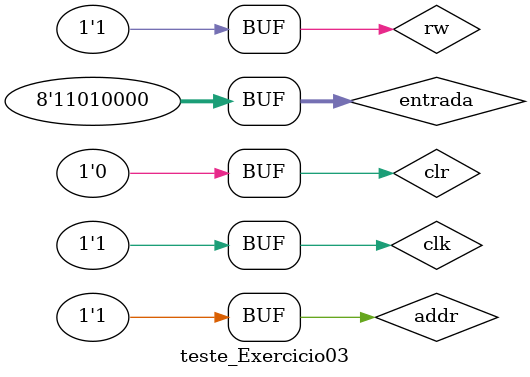
<source format=v>

	
	`include "Exercicio01.v" 
		
		
		module Exercicio03(output [7:0]saida, input [7:0]inp, input clk, input addr, input rw,  input clr );
				
						
		Exercicio01 mem1(saida[7:4], inp[7:4], clk, addr, rw, clr);
		Exercicio01 mem2(saida[3:0], inp[3:0], clk, addr, rw, clr);	
		
		
		
endmodule	

// ------------------------- 
// -- teste
// -------------------------
    
	  module teste_Exercicio03; 

// ------------------------- definir dados 
    
	  reg [7:0]entrada;
	  reg clk;
	  reg addr;
	  reg rw;
	  reg clr; 
	  wire [7:0]saida;
	 
// ------------------------- instancia 
	 
     Exercicio03 mod1 (saida, entrada, clk, addr, rw, clr);
	  
// ------------------------- parte principal 
    
	 initial begin

      $display("Entrada\t  Clk\tAddr\tR/W\tClr\tSaida\n");
		 #1 entrada = 11100101;  clk = 0;  addr = 0;  rw = 0;  clr = 1;
		$monitor("%8b\t%3b\t%3b\t%3b\t%3b\t%8b",entrada, clk, addr, rw, clr, saida);
		 #1 entrada = 11010000;  clk = 1;  addr = 1;  rw = 1;  clr = 0;
		
		 

     end		 
	endmodule 
			 
</source>
